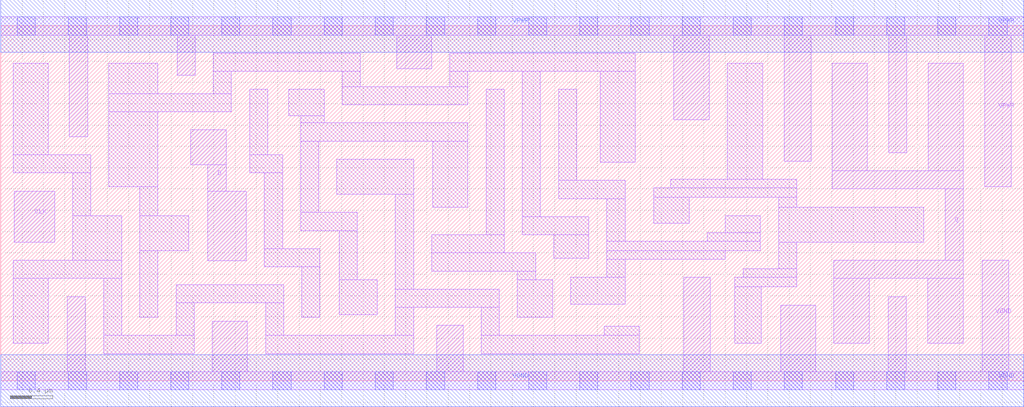
<source format=lef>
# Copyright 2020 The SkyWater PDK Authors
#
# Licensed under the Apache License, Version 2.0 (the "License");
# you may not use this file except in compliance with the License.
# You may obtain a copy of the License at
#
#     https://www.apache.org/licenses/LICENSE-2.0
#
# Unless required by applicable law or agreed to in writing, software
# distributed under the License is distributed on an "AS IS" BASIS,
# WITHOUT WARRANTIES OR CONDITIONS OF ANY KIND, either express or implied.
# See the License for the specific language governing permissions and
# limitations under the License.
#
# SPDX-License-Identifier: Apache-2.0

VERSION 5.7 ;
  NAMESCASESENSITIVE ON ;
  NOWIREEXTENSIONATPIN ON ;
  DIVIDERCHAR "/" ;
  BUSBITCHARS "[]" ;
UNITS
  DATABASE MICRONS 200 ;
END UNITS
MACRO sky130_fd_sc_hs__dfxtp_4
  CLASS CORE ;
  SOURCE USER ;
  FOREIGN sky130_fd_sc_hs__dfxtp_4 ;
  ORIGIN  0.000000  0.000000 ;
  SIZE  9.600000 BY  3.330000 ;
  SYMMETRY X Y ;
  SITE unit ;
  PIN D
    ANTENNAGATEAREA  0.126000 ;
    DIRECTION INPUT ;
    USE SIGNAL ;
    PORT
      LAYER li1 ;
        RECT 1.785000 2.025000 2.115000 2.355000 ;
        RECT 1.945000 1.125000 2.305000 1.780000 ;
        RECT 1.945000 1.780000 2.115000 2.025000 ;
    END
  END D
  PIN Q
    ANTENNADIFFAREA  1.116000 ;
    DIRECTION OUTPUT ;
    USE SIGNAL ;
    PORT
      LAYER li1 ;
        RECT 7.805000 1.800000 9.035000 1.970000 ;
        RECT 7.805000 1.970000 8.135000 2.980000 ;
        RECT 7.820000 0.350000 8.150000 0.960000 ;
        RECT 7.820000 0.960000 9.035000 1.130000 ;
        RECT 8.700000 0.350000 9.035000 0.960000 ;
        RECT 8.705000 1.970000 9.035000 2.980000 ;
        RECT 8.865000 1.130000 9.035000 1.800000 ;
    END
  END Q
  PIN CLK
    ANTENNAGATEAREA  0.279000 ;
    DIRECTION INPUT ;
    USE CLOCK ;
    PORT
      LAYER li1 ;
        RECT 0.125000 1.300000 0.505000 1.780000 ;
    END
  END CLK
  PIN VGND
    DIRECTION INOUT ;
    USE GROUND ;
    PORT
      LAYER li1 ;
        RECT 0.000000 -0.085000 9.600000 0.085000 ;
        RECT 0.625000  0.085000 0.795000 0.790000 ;
        RECT 1.985000  0.085000 2.315000 0.560000 ;
        RECT 4.090000  0.085000 4.340000 0.520000 ;
        RECT 6.410000  0.085000 6.660000 0.970000 ;
        RECT 7.320000  0.085000 7.650000 0.710000 ;
        RECT 8.330000  0.085000 8.500000 0.790000 ;
        RECT 9.210000  0.085000 9.460000 1.130000 ;
      LAYER mcon ;
        RECT 0.155000 -0.085000 0.325000 0.085000 ;
        RECT 0.635000 -0.085000 0.805000 0.085000 ;
        RECT 1.115000 -0.085000 1.285000 0.085000 ;
        RECT 1.595000 -0.085000 1.765000 0.085000 ;
        RECT 2.075000 -0.085000 2.245000 0.085000 ;
        RECT 2.555000 -0.085000 2.725000 0.085000 ;
        RECT 3.035000 -0.085000 3.205000 0.085000 ;
        RECT 3.515000 -0.085000 3.685000 0.085000 ;
        RECT 3.995000 -0.085000 4.165000 0.085000 ;
        RECT 4.475000 -0.085000 4.645000 0.085000 ;
        RECT 4.955000 -0.085000 5.125000 0.085000 ;
        RECT 5.435000 -0.085000 5.605000 0.085000 ;
        RECT 5.915000 -0.085000 6.085000 0.085000 ;
        RECT 6.395000 -0.085000 6.565000 0.085000 ;
        RECT 6.875000 -0.085000 7.045000 0.085000 ;
        RECT 7.355000 -0.085000 7.525000 0.085000 ;
        RECT 7.835000 -0.085000 8.005000 0.085000 ;
        RECT 8.315000 -0.085000 8.485000 0.085000 ;
        RECT 8.795000 -0.085000 8.965000 0.085000 ;
        RECT 9.275000 -0.085000 9.445000 0.085000 ;
      LAYER met1 ;
        RECT 0.000000 -0.245000 9.600000 0.245000 ;
    END
  END VGND
  PIN VPWR
    DIRECTION INOUT ;
    USE POWER ;
    PORT
      LAYER li1 ;
        RECT 0.000000 3.245000 9.600000 3.415000 ;
        RECT 0.645000 2.290000 0.815000 3.245000 ;
        RECT 1.655000 2.865000 1.825000 3.245000 ;
        RECT 3.715000 2.930000 4.045000 3.245000 ;
        RECT 6.315000 2.450000 6.650000 3.245000 ;
        RECT 7.355000 2.060000 7.605000 3.245000 ;
        RECT 8.335000 2.140000 8.505000 3.245000 ;
        RECT 9.235000 1.820000 9.485000 3.245000 ;
      LAYER mcon ;
        RECT 0.155000 3.245000 0.325000 3.415000 ;
        RECT 0.635000 3.245000 0.805000 3.415000 ;
        RECT 1.115000 3.245000 1.285000 3.415000 ;
        RECT 1.595000 3.245000 1.765000 3.415000 ;
        RECT 2.075000 3.245000 2.245000 3.415000 ;
        RECT 2.555000 3.245000 2.725000 3.415000 ;
        RECT 3.035000 3.245000 3.205000 3.415000 ;
        RECT 3.515000 3.245000 3.685000 3.415000 ;
        RECT 3.995000 3.245000 4.165000 3.415000 ;
        RECT 4.475000 3.245000 4.645000 3.415000 ;
        RECT 4.955000 3.245000 5.125000 3.415000 ;
        RECT 5.435000 3.245000 5.605000 3.415000 ;
        RECT 5.915000 3.245000 6.085000 3.415000 ;
        RECT 6.395000 3.245000 6.565000 3.415000 ;
        RECT 6.875000 3.245000 7.045000 3.415000 ;
        RECT 7.355000 3.245000 7.525000 3.415000 ;
        RECT 7.835000 3.245000 8.005000 3.415000 ;
        RECT 8.315000 3.245000 8.485000 3.415000 ;
        RECT 8.795000 3.245000 8.965000 3.415000 ;
        RECT 9.275000 3.245000 9.445000 3.415000 ;
      LAYER met1 ;
        RECT 0.000000 3.085000 9.600000 3.575000 ;
    END
  END VPWR
  OBS
    LAYER li1 ;
      RECT 0.115000 0.350000 0.445000 0.960000 ;
      RECT 0.115000 0.960000 1.135000 1.130000 ;
      RECT 0.115000 1.950000 0.845000 2.120000 ;
      RECT 0.115000 2.120000 0.445000 2.980000 ;
      RECT 0.675000 1.130000 1.135000 1.550000 ;
      RECT 0.675000 1.550000 0.845000 1.950000 ;
      RECT 0.965000 0.255000 1.815000 0.425000 ;
      RECT 0.965000 0.425000 1.135000 0.960000 ;
      RECT 1.015000 1.820000 1.475000 2.525000 ;
      RECT 1.015000 2.525000 2.165000 2.695000 ;
      RECT 1.015000 2.695000 1.475000 2.980000 ;
      RECT 1.305000 0.595000 1.475000 1.220000 ;
      RECT 1.305000 1.220000 1.765000 1.550000 ;
      RECT 1.305000 1.550000 1.475000 1.820000 ;
      RECT 1.645000 0.425000 1.815000 0.730000 ;
      RECT 1.645000 0.730000 2.655000 0.900000 ;
      RECT 1.995000 2.695000 2.165000 2.905000 ;
      RECT 1.995000 2.905000 3.375000 3.075000 ;
      RECT 2.335000 1.950000 2.645000 2.120000 ;
      RECT 2.335000 2.120000 2.505000 2.735000 ;
      RECT 2.475000 1.070000 2.995000 1.240000 ;
      RECT 2.475000 1.240000 2.645000 1.950000 ;
      RECT 2.485000 0.255000 3.875000 0.425000 ;
      RECT 2.485000 0.425000 2.655000 0.730000 ;
      RECT 2.705000 2.485000 3.035000 2.735000 ;
      RECT 2.815000 1.410000 3.345000 1.580000 ;
      RECT 2.815000 1.580000 2.985000 2.250000 ;
      RECT 2.815000 2.250000 4.385000 2.420000 ;
      RECT 2.815000 2.420000 3.035000 2.485000 ;
      RECT 2.825000 0.595000 2.995000 1.070000 ;
      RECT 3.155000 1.750000 3.875000 2.080000 ;
      RECT 3.175000 0.620000 3.535000 0.950000 ;
      RECT 3.175000 0.950000 3.345000 1.410000 ;
      RECT 3.205000 2.590000 4.385000 2.760000 ;
      RECT 3.205000 2.760000 3.375000 2.905000 ;
      RECT 3.705000 0.425000 3.875000 0.690000 ;
      RECT 3.705000 0.690000 4.680000 0.860000 ;
      RECT 3.705000 0.860000 3.875000 1.750000 ;
      RECT 4.045000 1.030000 5.020000 1.200000 ;
      RECT 4.045000 1.200000 4.725000 1.370000 ;
      RECT 4.055000 1.630000 4.385000 2.250000 ;
      RECT 4.215000 2.760000 4.385000 2.905000 ;
      RECT 4.215000 2.905000 5.955000 3.075000 ;
      RECT 4.510000 0.255000 5.995000 0.425000 ;
      RECT 4.510000 0.425000 4.680000 0.690000 ;
      RECT 4.555000 1.370000 4.725000 2.735000 ;
      RECT 4.850000 0.595000 5.180000 0.950000 ;
      RECT 4.850000 0.950000 5.020000 1.030000 ;
      RECT 4.895000 1.370000 5.520000 1.540000 ;
      RECT 4.895000 1.540000 5.065000 2.905000 ;
      RECT 5.190000 1.150000 5.520000 1.370000 ;
      RECT 5.235000 1.710000 5.860000 1.880000 ;
      RECT 5.235000 1.880000 5.405000 2.735000 ;
      RECT 5.350000 0.720000 5.860000 0.970000 ;
      RECT 5.625000 2.050000 5.955000 2.905000 ;
      RECT 5.665000 0.425000 5.995000 0.510000 ;
      RECT 5.690000 0.970000 5.860000 1.140000 ;
      RECT 5.690000 1.140000 6.800000 1.220000 ;
      RECT 5.690000 1.220000 7.130000 1.310000 ;
      RECT 5.690000 1.310000 5.860000 1.710000 ;
      RECT 6.130000 1.480000 6.460000 1.720000 ;
      RECT 6.130000 1.720000 7.470000 1.810000 ;
      RECT 6.290000 1.810000 7.470000 1.890000 ;
      RECT 6.630000 1.310000 7.130000 1.390000 ;
      RECT 6.800000 1.390000 7.130000 1.550000 ;
      RECT 6.820000 1.890000 7.150000 2.980000 ;
      RECT 6.890000 0.350000 7.140000 0.880000 ;
      RECT 6.890000 0.880000 7.470000 0.970000 ;
      RECT 6.970000 0.970000 7.470000 1.050000 ;
      RECT 7.300000 1.050000 7.470000 1.300000 ;
      RECT 7.300000 1.300000 8.665000 1.630000 ;
      RECT 7.300000 1.630000 7.470000 1.720000 ;
  END
END sky130_fd_sc_hs__dfxtp_4

</source>
